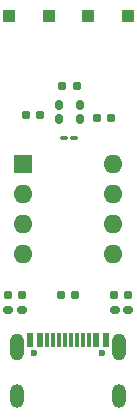
<source format=gbr>
%TF.GenerationSoftware,KiCad,Pcbnew,7.0.9*%
%TF.CreationDate,2024-01-13T12:42:42+01:00*%
%TF.ProjectId,attiny85_programmer,61747469-6e79-4383-955f-70726f677261,rev?*%
%TF.SameCoordinates,Original*%
%TF.FileFunction,Soldermask,Top*%
%TF.FilePolarity,Negative*%
%FSLAX46Y46*%
G04 Gerber Fmt 4.6, Leading zero omitted, Abs format (unit mm)*
G04 Created by KiCad (PCBNEW 7.0.9) date 2024-01-13 12:42:42*
%MOMM*%
%LPD*%
G01*
G04 APERTURE LIST*
G04 Aperture macros list*
%AMRoundRect*
0 Rectangle with rounded corners*
0 $1 Rounding radius*
0 $2 $3 $4 $5 $6 $7 $8 $9 X,Y pos of 4 corners*
0 Add a 4 corners polygon primitive as box body*
4,1,4,$2,$3,$4,$5,$6,$7,$8,$9,$2,$3,0*
0 Add four circle primitives for the rounded corners*
1,1,$1+$1,$2,$3*
1,1,$1+$1,$4,$5*
1,1,$1+$1,$6,$7*
1,1,$1+$1,$8,$9*
0 Add four rect primitives between the rounded corners*
20,1,$1+$1,$2,$3,$4,$5,0*
20,1,$1+$1,$4,$5,$6,$7,0*
20,1,$1+$1,$6,$7,$8,$9,0*
20,1,$1+$1,$8,$9,$2,$3,0*%
G04 Aperture macros list end*
%ADD10R,1.600000X1.600000*%
%ADD11O,1.600000X1.600000*%
%ADD12RoundRect,0.160000X-0.197500X-0.160000X0.197500X-0.160000X0.197500X0.160000X-0.197500X0.160000X0*%
%ADD13RoundRect,0.160000X0.197500X0.160000X-0.197500X0.160000X-0.197500X-0.160000X0.197500X-0.160000X0*%
%ADD14C,0.600000*%
%ADD15R,0.600000X1.160000*%
%ADD16R,0.300000X1.160000*%
%ADD17O,1.200000X2.300000*%
%ADD18O,1.200000X2.000000*%
%ADD19R,1.000000X1.000000*%
%ADD20RoundRect,0.160000X-0.222500X-0.160000X0.222500X-0.160000X0.222500X0.160000X-0.222500X0.160000X0*%
%ADD21RoundRect,0.160000X0.222500X0.160000X-0.222500X0.160000X-0.222500X-0.160000X0.222500X-0.160000X0*%
%ADD22RoundRect,0.160000X-0.160000X0.222500X-0.160000X-0.222500X0.160000X-0.222500X0.160000X0.222500X0*%
%ADD23RoundRect,0.100000X0.217500X0.100000X-0.217500X0.100000X-0.217500X-0.100000X0.217500X-0.100000X0*%
G04 APERTURE END LIST*
D10*
%TO.C,U2*%
X134700000Y-82450000D03*
D11*
X134700000Y-84990000D03*
X134700000Y-87530000D03*
X134700000Y-90070000D03*
X142320000Y-90070000D03*
X142320000Y-87530000D03*
X142320000Y-84990000D03*
X142320000Y-82450000D03*
%TD*%
D12*
%TO.C,R6*%
X133402500Y-93500000D03*
X134597500Y-93500000D03*
%TD*%
%TO.C,R5*%
X143597500Y-93500000D03*
X142402500Y-93500000D03*
%TD*%
D13*
%TO.C,R4*%
X142097500Y-78500000D03*
X140902500Y-78500000D03*
%TD*%
D12*
%TO.C,R3*%
X134902500Y-78250000D03*
X136097500Y-78250000D03*
%TD*%
%TO.C,R2*%
X138021806Y-75785149D03*
X139216806Y-75785149D03*
%TD*%
%TO.C,R1*%
X139097500Y-93500000D03*
X137902500Y-93500000D03*
%TD*%
D14*
%TO.C,P1*%
X135610000Y-98385000D03*
X141390000Y-98385000D03*
D15*
X135300000Y-97365000D03*
X136100000Y-97365000D03*
D16*
X137250000Y-97365000D03*
X138250000Y-97365000D03*
X138750000Y-97365000D03*
X139750000Y-97365000D03*
D15*
X140900000Y-97365000D03*
X141700000Y-97365000D03*
X141700000Y-97365000D03*
X140900000Y-97365000D03*
D16*
X140250000Y-97365000D03*
X139250000Y-97365000D03*
X137750000Y-97365000D03*
X136750000Y-97365000D03*
D15*
X136100000Y-97365000D03*
X135300000Y-97365000D03*
D17*
X134175000Y-97885000D03*
D18*
X134175000Y-102085000D03*
D17*
X142825000Y-97885000D03*
D18*
X142825000Y-102085000D03*
%TD*%
D19*
%TO.C,H4*%
X133507343Y-69902442D03*
%TD*%
%TO.C,H3*%
X136857343Y-69902442D03*
%TD*%
%TO.C,H2*%
X140207343Y-69902442D03*
%TD*%
%TO.C,H1*%
X143557343Y-69902442D03*
%TD*%
D20*
%TO.C,D4*%
X133427500Y-94750000D03*
X134572500Y-94750000D03*
%TD*%
D21*
%TO.C,D3*%
X142427500Y-94750000D03*
X143572500Y-94750000D03*
%TD*%
D22*
%TO.C,D2*%
X137750000Y-77427500D03*
X137750000Y-78572500D03*
%TD*%
%TO.C,D1*%
X139500000Y-77427500D03*
X139500000Y-78572500D03*
%TD*%
D23*
%TO.C,C1*%
X138185000Y-80250000D03*
X139000000Y-80250000D03*
%TD*%
M02*

</source>
